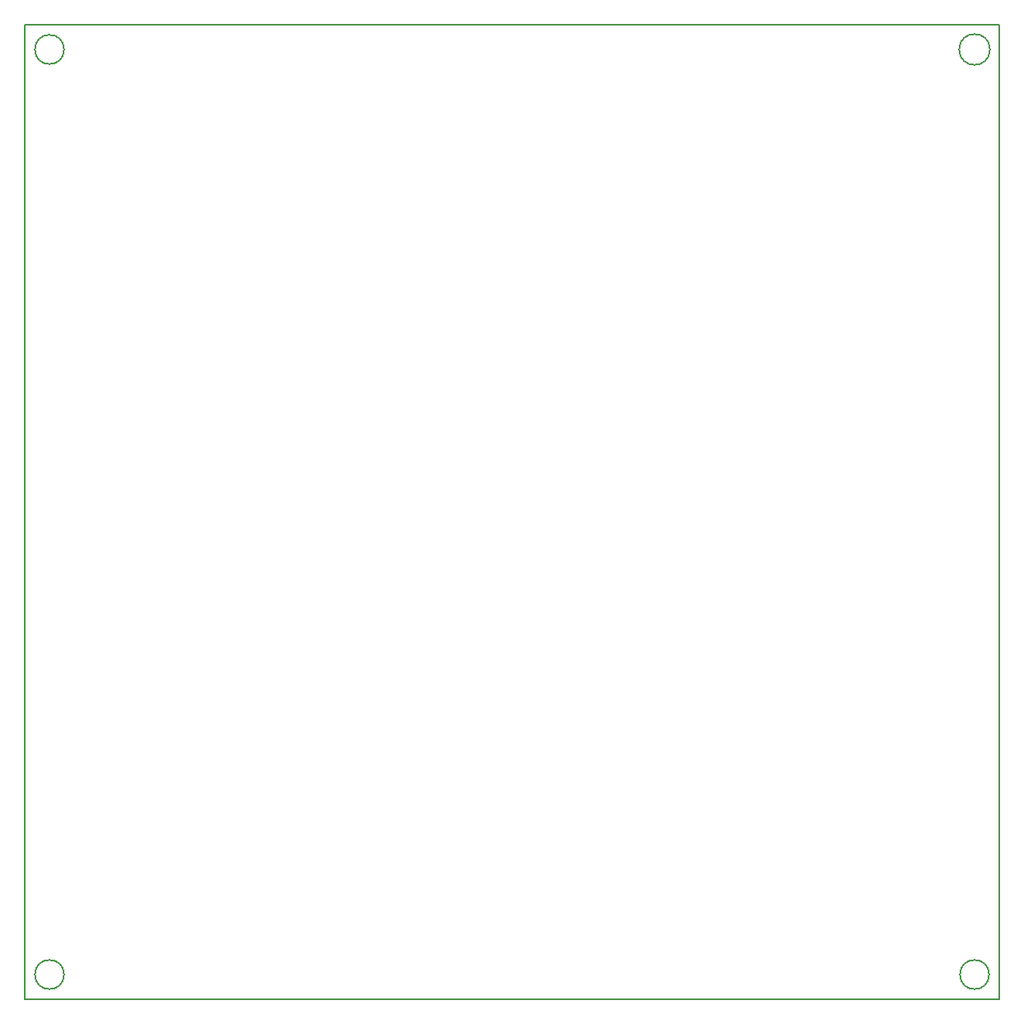
<source format=gbr>
G04 #@! TF.GenerationSoftware,KiCad,Pcbnew,(5.0.0)*
G04 #@! TF.CreationDate,2018-07-28T16:03:29+09:00*
G04 #@! TF.ProjectId,sensor-transducer,73656E736F722D7472616E7364756365,rev?*
G04 #@! TF.SameCoordinates,Original*
G04 #@! TF.FileFunction,Profile,NP*
%FSLAX46Y46*%
G04 Gerber Fmt 4.6, Leading zero omitted, Abs format (unit mm)*
G04 Created by KiCad (PCBNEW (5.0.0)) date 07/28/18 16:03:29*
%MOMM*%
%LPD*%
G01*
G04 APERTURE LIST*
%ADD10C,0.150000*%
G04 APERTURE END LIST*
D10*
X39000000Y-132500000D02*
G75*
G03X39000000Y-132500000I-1500000J0D01*
G01*
X134000000Y-132500000D02*
G75*
G03X134000000Y-132500000I-1500000J0D01*
G01*
X134081139Y-37500000D02*
G75*
G03X134081139Y-37500000I-1581139J0D01*
G01*
X39000000Y-37500000D02*
G75*
G03X39000000Y-37500000I-1500000J0D01*
G01*
X35000000Y-135000000D02*
X35000000Y-35000000D01*
X135000000Y-135000000D02*
X35000000Y-135000000D01*
X135000000Y-35000000D02*
X135000000Y-135000000D01*
X35000000Y-35000000D02*
X135000000Y-35000000D01*
M02*

</source>
